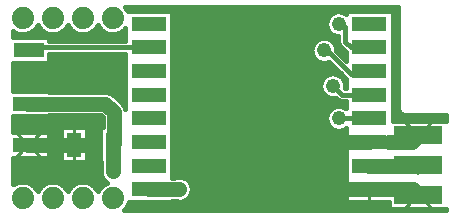
<source format=gtl>
G04 EasyPC Gerber Version 20.0.2 Build 4112 *
G04 #@! TF.Part,Single*
G04 #@! TF.FileFunction,Copper,L1,Top *
%FSLAX24Y24*%
%MOIN*%
G04 #@! TA.AperFunction,SMDPad*
%ADD102R,0.05000X0.08000*%
%ADD105R,0.11811X0.04724*%
G04 #@! TD.AperFunction*
%ADD79C,0.01000*%
%ADD109C,0.01500*%
%ADD78C,0.01600*%
G04 #@! TA.AperFunction,ViaPad*
%ADD94C,0.03189*%
%ADD107C,0.03962*%
%ADD108C,0.04800*%
G04 #@! TD.AperFunction*
%ADD93C,0.05000*%
G04 #@! TA.AperFunction,ViaPad*
%ADD110C,0.05827*%
G04 #@! TA.AperFunction,ComponentPad*
%ADD103C,0.07400*%
G04 #@! TA.AperFunction,SMDPad*
%ADD104R,0.10000X0.05000*%
%ADD106R,0.16000X0.06000*%
X0Y0D02*
D02*
D78*
X800Y3882D02*
Y3364D01*
X1976*
Y2504*
X800*
Y1614*
X833Y1636*
X869Y1655*
X905Y1672*
X943Y1686*
X981Y1697*
X1020Y1705*
X1060Y1710*
X1100Y1712*
X1140Y1712*
X1180Y1709*
X1220Y1702*
X1259Y1693*
X1297Y1681*
X1334Y1666*
X1370Y1649*
X1405Y1629*
X1438Y1607*
X1469Y1582*
X1499Y1555*
X1527Y1526*
X1552Y1495*
X1575Y1462*
X1595Y1428*
X1613Y1392*
X1632Y1428*
X1652Y1463*
X1676Y1496*
X1701Y1527*
X1729Y1556*
X1759Y1584*
X1791Y1609*
X1825Y1631*
X1860Y1651*
X1897Y1668*
X1935Y1683*
X1973Y1695*
X2013Y1703*
X2053Y1709*
X2093Y1712*
X2134*
X2174Y1709*
X2214Y1703*
X2254Y1695*
X2292Y1683*
X2330Y1668*
X2367Y1651*
X2402Y1631*
X2436Y1609*
X2468Y1584*
X2498Y1556*
X2525Y1527*
X2551Y1496*
X2574Y1463*
X2595Y1428*
X2613Y1392*
X2632Y1428*
X2652Y1463*
X2676Y1496*
X2701Y1527*
X2729Y1556*
X2759Y1584*
X2791Y1609*
X2825Y1631*
X2860Y1651*
X2897Y1668*
X2935Y1683*
X2973Y1695*
X3013Y1703*
X3053Y1709*
X3093Y1712*
X3134*
X3174Y1709*
X3214Y1703*
X3254Y1695*
X3292Y1683*
X3330Y1668*
X3367Y1651*
X3402Y1631*
X3436Y1609*
X3468Y1584*
X3498Y1556*
X3525Y1527*
X3551Y1496*
X3574Y1463*
X3595Y1428*
X3613Y1392*
X3631Y1427*
X3651Y1461*
X3674Y1494*
X3699Y1524*
X3726Y1553*
X3755Y1580*
X3786Y1605*
X3819Y1627*
X3853Y1647*
X3889Y1665*
X3925Y1679*
X3894Y1698*
X3865Y1719*
X3838Y1743*
X3813Y1768*
X3790Y1796*
X3769Y1826*
X3752Y1857*
X3737Y1890*
X3724Y1924*
X3715Y1959*
X3709Y1994*
X3706Y2030*
Y2066*
X3709Y2102*
X3715Y2138*
X3724Y2173*
X3737Y2207*
Y2354*
X3696*
Y3514*
X3776*
Y3856*
X3708Y3923*
X1976*
Y3882*
X800*
X2396Y3514D02*
X3256D01*
Y2354*
X2396*
Y3514*
X1538Y1512D02*
X1689D01*
X2538D02*
X2689D01*
X3538D02*
X3689D01*
X800Y1670D02*
X901D01*
X1326D02*
X1901D01*
X2326D02*
X2901D01*
X3326D02*
X3901D01*
X800Y1828D02*
X3768D01*
X800Y1986D02*
X3710D01*
X800Y2144D02*
X3717D01*
X800Y2302D02*
X3737D01*
X800Y2460D02*
X2396D01*
X3256D02*
X3696D01*
X1976Y2618D02*
X2396D01*
X3256D02*
X3696D01*
X1976Y2776D02*
X2396D01*
X3256D02*
X3696D01*
X1976Y2934D02*
X2396D01*
X3256D02*
X3696D01*
X1976Y3092D02*
X2396D01*
X3256D02*
X3696D01*
X1976Y3250D02*
X2396D01*
X3256D02*
X3696D01*
X800Y3408D02*
X2396D01*
X3256D02*
X3696D01*
X800Y3566D02*
X3776D01*
X800Y3724D02*
X3776D01*
X1976Y3882D02*
X3749D01*
X800Y5654D02*
Y4742D01*
X1976*
Y4701*
X3869*
X3903Y4700*
X3937Y4695*
X3970Y4688*
X4002Y4678*
X4034Y4665*
X4064Y4649*
X4092Y4631*
X4119Y4610*
X4144Y4587*
X4440Y4292*
X4461Y4269*
X4480Y4245*
X4497Y4219*
X4513Y4191*
X4525Y4163*
X4536Y4133*
Y5968*
X1990*
Y5654*
X800*
X4489Y4232D02*
X4536D01*
X4342Y4390D02*
X4536D01*
X4184Y4548D02*
X4536D01*
X1976Y4706D02*
X4536D01*
X800Y4864D02*
X4536D01*
X800Y5022D02*
X4536D01*
X800Y5180D02*
X4536D01*
X800Y5338D02*
X4536D01*
X800Y5496D02*
X4536D01*
X1990Y5654D02*
X4536D01*
X1990Y5812D02*
X4536D01*
X800Y6715D02*
Y6514D01*
X1990*
Y6396*
X4536*
Y6814*
X4508Y6784*
X4479Y6755*
X4447Y6729*
X4413Y6706*
X4378Y6685*
X4341Y6666*
X4304Y6651*
X4264Y6638*
X4225Y6628*
X4184Y6621*
X4143Y6617*
X4102Y6617*
X4061Y6619*
X4020Y6625*
X3980Y6633*
X3941Y6644*
X3902Y6659*
X3865Y6676*
X3829Y6696*
X3795Y6718*
X3762Y6744*
X3732Y6771*
X3703Y6801*
X3677Y6832*
X3653Y6866*
X3632Y6901*
X3613Y6937*
X3595Y6901*
X3574Y6867*
X3551Y6834*
X3525Y6802*
X3498Y6773*
X3468Y6746*
X3436Y6721*
X3402Y6698*
X3367Y6678*
X3330Y6661*
X3292Y6646*
X3254Y6635*
X3214Y6626*
X3174Y6620*
X3134Y6617*
X3093*
X3053Y6620*
X3013Y6626*
X2973Y6635*
X2935Y6646*
X2897Y6661*
X2860Y6678*
X2825Y6698*
X2791Y6721*
X2759Y6746*
X2729Y6773*
X2701Y6802*
X2676Y6834*
X2652Y6867*
X2632Y6901*
X2613Y6937*
X2595Y6901*
X2574Y6867*
X2551Y6834*
X2525Y6802*
X2498Y6773*
X2468Y6746*
X2436Y6721*
X2402Y6698*
X2367Y6678*
X2330Y6661*
X2292Y6646*
X2254Y6635*
X2214Y6626*
X2174Y6620*
X2134Y6617*
X2093*
X2053Y6620*
X2013Y6626*
X1973Y6635*
X1935Y6646*
X1897Y6661*
X1860Y6678*
X1825Y6698*
X1791Y6721*
X1759Y6746*
X1729Y6773*
X1701Y6802*
X1676Y6834*
X1652Y6867*
X1632Y6901*
X1613Y6937*
X1595Y6902*
X1575Y6867*
X1552Y6835*
X1527Y6804*
X1499Y6774*
X1470Y6747*
X1438Y6723*
X1405Y6700*
X1370Y6680*
X1334Y6663*
X1297Y6648*
X1259Y6636*
X1220Y6627*
X1180Y6621*
X1140Y6617*
X1100Y6617*
X1060Y6619*
X1020Y6625*
X981Y6633*
X943Y6644*
X905Y6658*
X869Y6674*
X833Y6693*
X800Y6715*
X1990Y6399D02*
X4536D01*
X800Y6557D02*
X4536D01*
X1427Y6715D02*
X1800D01*
X2427D02*
X2800D01*
X3427D02*
X3800D01*
X4427D02*
X4536D01*
X1578Y6873D02*
X1648D01*
X2578D02*
X2648D01*
X3578D02*
X3648D01*
X15207Y3741D02*
Y3937D01*
X13810*
X13787Y3939*
X13764Y3943*
X13742Y3951*
X13721Y3961*
X13702Y3974*
X13684Y3989*
X13669Y4007*
X13656Y4026*
X13645Y4047*
X13638Y4069*
X13633Y4092*
X13632Y4115*
Y7530*
X4527*
X4548Y7503*
X4569Y7476*
X4587Y7447*
X4603Y7417*
X4618Y7386*
X6077*
Y1847*
X6172*
X6205Y1859*
X6240Y1868*
X6275Y1874*
X6311Y1878*
X6346Y1878*
X6382Y1875*
X6417Y1869*
X6452Y1860*
X6486Y1848*
X6518Y1833*
X6549Y1816*
X6579Y1796*
X6607Y1774*
X6633Y1749*
X6656Y1722*
X6678Y1694*
X6696Y1663*
X6713Y1631*
X6726Y1598*
X6736Y1564*
X6744Y1529*
X6748Y1494*
X6750Y1458*
X6748Y1422*
X6744Y1387*
X6736Y1352*
X6726Y1318*
X6713Y1285*
X6696Y1253*
X6678Y1222*
X6656Y1194*
X6633Y1167*
X6607Y1142*
X6579Y1120*
X6549Y1100*
X6518Y1082*
X6486Y1068*
X6452Y1056*
X6417Y1047*
X6382Y1041*
X6346Y1038*
X6311Y1038*
X6275Y1042*
X6240Y1048*
X6205Y1057*
X6172Y1069*
X6077*
Y1042*
X4650*
X4640Y1005*
X4628Y969*
X4613Y933*
X4596Y899*
X4577Y866*
X4555Y835*
X4531Y805*
X4505Y777*
X4478Y751*
X15207*
Y781*
X13323*
Y1042*
X11898*
Y3485*
X11869Y3465*
X11838Y3447*
X11805Y3432*
X11771Y3420*
X11737Y3410*
X11702Y3404*
X11666Y3401*
X11630Y3400*
X11594Y3403*
X11559Y3409*
X11524Y3418*
X11490Y3430*
X11458Y3444*
X11426Y3461*
X11397Y3481*
X11369Y3504*
X11343Y3528*
X11319Y3555*
X11298Y3584*
X11279Y3614*
X11263Y3646*
X11249Y3680*
X11239Y3714*
X11231Y3749*
X11226Y3784*
X11225Y3820*
X11226Y3856*
X11231Y3891*
X11239Y3926*
X11249Y3961*
X11263Y3994*
X11279Y4026*
X11298Y4056*
X11319Y4085*
X11343Y4112*
X11369Y4136*
X11397Y4159*
X11426Y4179*
X11458Y4196*
X11490Y4211*
X11524Y4222*
X11559Y4231*
X11594Y4237*
X11630Y4240*
X11666Y4240*
X11702Y4236*
X11737Y4230*
X11771Y4221*
X11805Y4208*
X11837Y4193*
X11869Y4176*
X11898Y4155*
Y4394*
X11744*
X11720Y4395*
X11696Y4399*
X11673Y4406*
X11651Y4415*
X11630Y4426*
X11610Y4440*
X11592Y4456*
X11552Y4496*
X11518Y4489*
X11484Y4484*
X11449Y4483*
X11414Y4484*
X11380Y4488*
X11346Y4495*
X11312Y4505*
X11280Y4518*
X11249Y4533*
X11219Y4551*
X11191Y4571*
X11164Y4593*
X11139Y4618*
X11117Y4644*
X11097Y4673*
X11079Y4703*
X11064Y4734*
X11051Y4766*
X11041Y4799*
X11034Y4833*
X11029Y4868*
X11028Y4903*
X11030Y4938*
X11034Y4974*
X11042Y5009*
X11052Y5043*
X11065Y5076*
X11081Y5108*
X11100Y5138*
X11121Y5167*
X11145Y5193*
X11171Y5218*
X11198Y5240*
X11228Y5260*
X11259Y5278*
X11291Y5293*
X11325Y5304*
X11360Y5313*
X11395Y5319*
X11430Y5322*
X11466*
X11501Y5319*
X11536Y5313*
X11571Y5304*
X11605Y5293*
X11637Y5278*
X11668Y5261*
X11698Y5241*
X11725Y5218*
X11751Y5194*
X11775Y5167*
X11796Y5138*
X11815Y5108*
X11831Y5076*
X11844Y5043*
X11854Y5009*
X11862Y4974*
X11866Y4939*
X11868Y4903*
X11867Y4876*
X11865Y4849*
X11860Y4822*
X11898*
Y5135*
X11887Y5145*
X11330Y5703*
X11297Y5689*
X11264Y5679*
X11230Y5671*
X11195Y5666*
X11160Y5664*
X11125Y5665*
X11090Y5669*
X11055Y5675*
X11022Y5685*
X10989Y5697*
X10957Y5712*
X10927Y5730*
X10898Y5750*
X10871Y5772*
X10846Y5797*
X10823Y5824*
X10803Y5852*
X10785Y5882*
X10769Y5913*
X10756Y5946*
X10746Y5980*
X10739Y6014*
X10734Y6049*
X10733Y6084*
X10734Y6120*
X10739Y6155*
X10746Y6190*
X10757Y6224*
X10770Y6257*
X10786Y6289*
X10805Y6319*
X10826Y6348*
X10850Y6375*
X10875Y6399*
X10903Y6422*
X10933Y6442*
X10964Y6459*
X10996Y6474*
X11030Y6486*
X11064Y6494*
X11099Y6501*
X11135Y6504*
X11171*
X11206Y6501*
X11241Y6494*
X11276Y6486*
X11309Y6474*
X11342Y6459*
X11373Y6442*
X11402Y6422*
X11430Y6399*
X11456Y6375*
X11479Y6348*
X11501Y6319*
X11519Y6289*
X11535Y6257*
X11549Y6224*
X11559Y6190*
X11567Y6155*
X11571Y6120*
X11573Y6084*
X11572Y6065*
X11898Y5740*
Y6021*
X11887Y6031*
X11690Y6228*
X11674Y6246*
X11661Y6265*
X11649Y6286*
X11640Y6309*
X11633Y6332*
X11629Y6355*
X11628Y6379*
Y6550*
X11592Y6553*
X11557Y6559*
X11523Y6568*
X11489Y6580*
X11456Y6595*
X11425Y6612*
X11396Y6632*
X11368Y6654*
X11342Y6679*
X11318Y6706*
X11297Y6734*
X11278Y6765*
X11262Y6797*
X11249Y6830*
X11239Y6864*
X11231Y6899*
X11227Y6934*
X11225Y6970*
X11226Y7006*
X11231Y7041*
X11239Y7076*
X11249Y7110*
X11263Y7143*
X11279Y7175*
X11298Y7206*
X11319Y7235*
X11343Y7261*
X11369Y7286*
X11397Y7308*
X11426Y7328*
X11458Y7346*
X11490Y7360*
X11524Y7372*
X11559Y7381*
X11594Y7387*
X11630Y7389*
X11666Y7389*
X11702Y7386*
X11737Y7380*
X11771Y7370*
X11805Y7358*
X11837Y7343*
X11869Y7325*
X11898Y7305*
Y7386*
X13439*
Y3741*
X15207*
X4595Y896D02*
X13323D01*
X6077Y1054D02*
X6213D01*
X6447D02*
X11898D01*
X6671Y1213D02*
X11898D01*
X6741Y1371D02*
X11898D01*
X6744Y1529D02*
X11898D01*
X6682Y1687D02*
X11898D01*
X6494Y1845D02*
X11898D01*
X6077Y2003D02*
X11898D01*
X6077Y2161D02*
X11898D01*
X6077Y2319D02*
X11898D01*
X6077Y2477D02*
X11898D01*
X6077Y2635D02*
X11898D01*
X6077Y2793D02*
X11898D01*
X6077Y2951D02*
X11898D01*
X6077Y3109D02*
X11898D01*
X6077Y3267D02*
X11898D01*
X6077Y3425D02*
X11503D01*
X11787D02*
X11898D01*
X6077Y3583D02*
X11298D01*
X6077Y3741D02*
X11232D01*
X13439D02*
X15207D01*
X6077Y3899D02*
X11232D01*
X13439D02*
X15207D01*
X6077Y4057D02*
X11298D01*
X13439D02*
X13642D01*
X6077Y4215D02*
X11502D01*
X11788D02*
X11898D01*
X13439D02*
X13632D01*
X6077Y4373D02*
X11898D01*
X13439D02*
X13632D01*
X6077Y4531D02*
X11252D01*
X13439D02*
X13632D01*
X6077Y4689D02*
X11086D01*
X13439D02*
X13632D01*
X6077Y4847D02*
X11032D01*
X11864D02*
X11898D01*
X13439D02*
X13632D01*
X6077Y5005D02*
X11041D01*
X11855D02*
X11898D01*
X13439D02*
X13632D01*
X6077Y5163D02*
X11119D01*
X11778D02*
X11869D01*
X13439D02*
X13632D01*
X6077Y5321D02*
X11413D01*
X11484D02*
X11711D01*
X13439D02*
X13632D01*
X6077Y5479D02*
X11553D01*
X13439D02*
X13632D01*
X6077Y5637D02*
X11395D01*
X13439D02*
X13632D01*
X6077Y5795D02*
X10848D01*
X11842D02*
X11898D01*
X13439D02*
X13632D01*
X6077Y5953D02*
X10754D01*
X11684D02*
X11898D01*
X13439D02*
X13632D01*
X6077Y6111D02*
X10734D01*
X11572D02*
X11807D01*
X13439D02*
X13632D01*
X6077Y6270D02*
X10776D01*
X11530D02*
X11658D01*
X13439D02*
X13632D01*
X6077Y6428D02*
X10911D01*
X11394D02*
X11628D01*
X13439D02*
X13632D01*
X6077Y6586D02*
X11475D01*
X13439D02*
X13632D01*
X6077Y6744D02*
X11291D01*
X13439D02*
X13632D01*
X6077Y6902D02*
X11231D01*
X13439D02*
X13632D01*
X6077Y7060D02*
X11235D01*
X13439D02*
X13632D01*
X6077Y7218D02*
X11306D01*
X13439D02*
X13632D01*
X6077Y7376D02*
X11537D01*
X11753D02*
X11898D01*
X13439D02*
X13632D01*
D02*
D79*
X1082Y2720D02*
X867Y2504D01*
X1082Y3149D02*
X867Y3364D01*
X1511Y2720D02*
X1726Y2504D01*
X1511Y3149D02*
X1726Y3364D01*
X2626Y2934D02*
X2396D01*
X2826Y2584D02*
Y2354D01*
Y3284D02*
Y3514D01*
X3026Y2934D02*
X3256D01*
X12128Y1458D02*
X11898D01*
X12128Y3033D02*
X11898D01*
X12669Y1272D02*
Y1042D01*
Y3033D02*
X13318D01*
X12669D02*
X12421D01*
X13318D02*
X14074D01*
X14302Y3261*
X14038Y996D02*
X13823Y781D01*
X14038Y3526D02*
X13823Y3741D01*
X14567Y996D02*
X14782Y781D01*
X14567Y3526D02*
X14782Y3741D01*
D02*
D93*
X1297Y2934D02*
X3023D01*
X1297Y4312D02*
X3869D01*
X4165Y4017*
Y2994*
X4126Y2955*
Y2934*
X2826D02*
X3023D01*
X3476*
X4126D02*
Y2049D01*
X6330Y1458D02*
X5306D01*
X11153Y3033D02*
Y2147D01*
X11842Y1458*
X12669*
X11153Y3033D02*
X12421D01*
X12669*
Y1458D02*
X14106D01*
X14302Y1261*
X12669Y2245D02*
X14287D01*
X13318Y3033D02*
X14074D01*
X14302Y3261*
D02*
D94*
X11350Y4312D03*
D02*
D102*
X2826Y2934D03*
X4126D03*
D02*
D103*
X1113Y1163D03*
Y7167D03*
X2113Y1163D03*
Y7167D03*
X3113Y1163D03*
Y7167D03*
X4113Y1163D03*
Y7167D03*
D02*
D104*
X1297Y2934D03*
Y4312D03*
X1310Y6084D03*
D02*
D105*
X5306Y1458D03*
Y2245D03*
Y3033D03*
Y3820D03*
Y4608D03*
Y5395D03*
Y6182D03*
Y6970D03*
X12669Y1458D03*
Y2245D03*
Y3033D03*
Y3820D03*
Y4608D03*
Y5395D03*
Y6182D03*
Y6970D03*
D02*
D106*
X14302Y1261D03*
Y2261D03*
Y3261D03*
D02*
D107*
X1606Y5198D03*
Y6674D03*
X1704Y1950D03*
X1802Y3623D03*
X2590Y6576D03*
X2885Y1950D03*
X3377Y5198D03*
X3476Y2934D03*
X4263Y5198D03*
X6281D03*
Y5986D03*
Y6773D03*
X6330Y2344D03*
Y3033D03*
Y3722D03*
Y4411D03*
X6822Y1064D03*
X7019Y5198D03*
Y5986D03*
Y6773D03*
X7068Y2344D03*
Y3033D03*
Y3722D03*
Y4411D03*
X7117Y1655D03*
X7560Y1064D03*
X7856Y5198D03*
Y5986D03*
Y6773D03*
X7905Y1655D03*
Y2344D03*
Y3033D03*
Y3722D03*
Y4411D03*
X8397Y1064D03*
X8594Y5198D03*
Y5986D03*
Y6773D03*
X8643Y2344D03*
Y3033D03*
Y3722D03*
Y4411D03*
X8692Y1655D03*
X9135Y1064D03*
X9184Y5986D03*
X9381Y5198D03*
Y6773D03*
X9430Y1655D03*
Y2344D03*
Y3033D03*
Y3722D03*
Y4411D03*
X9775Y5986D03*
X9923Y1064D03*
X10119Y5198D03*
Y6773D03*
X10169Y2344D03*
Y3033D03*
Y3722D03*
Y4411D03*
X10218Y1655D03*
X10464Y5986D03*
X10661Y1064D03*
X10858Y3722D03*
Y4903D03*
Y6773D03*
X10956Y1655D03*
X11153Y3033D03*
D02*
D108*
X4126Y2049D03*
X6330Y1458D03*
X11153Y6084D03*
X11448Y4903D03*
X11645Y3820D03*
Y6970D03*
D02*
D109*
X5306Y6182D02*
X1409D01*
X1310Y6084*
X11153D02*
X11251D01*
X12039Y5297*
X12570*
X12669Y5395*
X11448Y4903D02*
X11743Y4608D01*
X12669*
X11645Y3820D02*
X12669D01*
X11645Y6970D02*
X11743D01*
X11842Y6871*
Y6379*
X12039Y6182*
X12669*
X14287Y2245D02*
X14302Y2261D01*
Y2245*
D02*
D110*
D03*
X0Y0D02*
M02*

</source>
